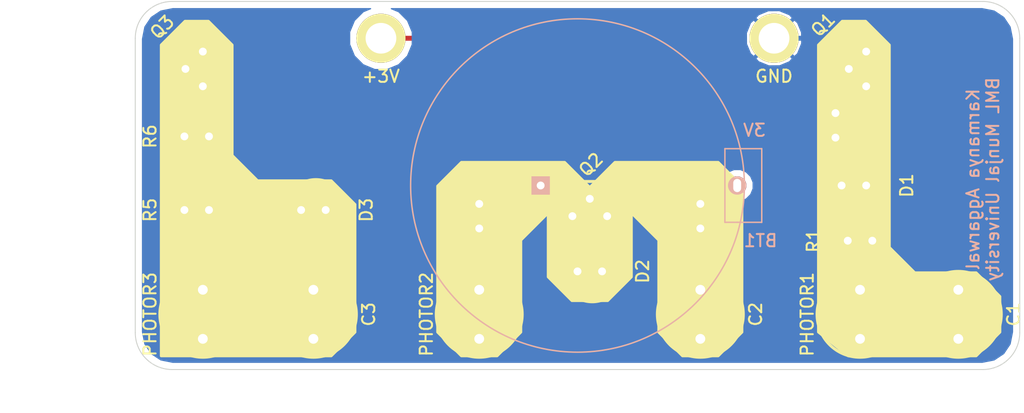
<source format=kicad_pcb>
(kicad_pcb (version 4) (host pcbnew "(2015-07-01 BZR 5850)-product")

  (general
    (links 32)
    (no_connects 0)
    (area 158.064288 165.6842 263.850362 210.98)
    (thickness 1.6)
    (drawings 13)
    (tracks 79)
    (zones 0)
    (modules 21)
    (nets 12)
  )

  (page A3)
  (layers
    (0 F.Cu signal)
    (31 B.Cu signal)
    (32 B.Adhes user)
    (33 F.Adhes user)
    (34 B.Paste user)
    (35 F.Paste user)
    (36 B.SilkS user)
    (37 F.SilkS user)
    (38 B.Mask user)
    (39 F.Mask user)
    (40 Dwgs.User user)
    (41 Cmts.User user)
    (42 Eco1.User user)
    (43 Eco2.User user)
    (44 Edge.Cuts user)
  )

  (setup
    (last_trace_width 0.254)
    (trace_clearance 0.254)
    (zone_clearance 0.635)
    (zone_45_only yes)
    (trace_min 0.254)
    (segment_width 0.2)
    (edge_width 0.1)
    (via_size 0.889)
    (via_drill 0.635)
    (via_min_size 0.889)
    (via_min_drill 0.508)
    (uvia_size 0.508)
    (uvia_drill 0.127)
    (uvias_allowed no)
    (uvia_min_size 0.508)
    (uvia_min_drill 0.127)
    (pcb_text_width 0.3)
    (pcb_text_size 1.5 1.5)
    (mod_edge_width 0.15)
    (mod_text_size 1.27 1.27)
    (mod_text_width 0.2032)
    (pad_size 5.08 5.08)
    (pad_drill 3.175)
    (pad_to_mask_clearance 0)
    (aux_axis_origin 0 0)
    (visible_elements FFFFFF7F)
    (pcbplotparams
      (layerselection 0x010f0_80000001)
      (usegerberextensions true)
      (excludeedgelayer false)
      (linewidth 0.150000)
      (plotframeref false)
      (viasonmask false)
      (mode 1)
      (useauxorigin false)
      (hpglpennumber 1)
      (hpglpenspeed 20)
      (hpglpendiameter 15)
      (hpglpenoverlay 2)
      (psnegative false)
      (psa4output false)
      (plotreference true)
      (plotvalue true)
      (plotinvisibletext false)
      (padsonsilk false)
      (subtractmaskfromsilk true)
      (outputformat 1)
      (mirror false)
      (drillshape 0)
      (scaleselection 1)
      (outputdirectory gerber/))
  )

  (net 0 "")
  (net 1 3V)
  (net 2 GND)
  (net 3 "Net-(C1-Pad1)")
  (net 4 "Net-(C2-Pad1)")
  (net 5 "Net-(C3-Pad1)")
  (net 6 "Net-(D1-Pad1)")
  (net 7 "Net-(D1-Pad2)")
  (net 8 "Net-(D2-Pad1)")
  (net 9 "Net-(D2-Pad2)")
  (net 10 "Net-(D3-Pad1)")
  (net 11 "Net-(D3-Pad2)")

  (net_class Default "This is the default net class."
    (clearance 0.254)
    (trace_width 0.254)
    (via_dia 0.889)
    (via_drill 0.635)
    (uvia_dia 0.508)
    (uvia_drill 0.127)
    (add_net "Net-(C1-Pad1)")
    (add_net "Net-(C2-Pad1)")
    (add_net "Net-(C3-Pad1)")
    (add_net "Net-(D1-Pad1)")
    (add_net "Net-(D1-Pad2)")
    (add_net "Net-(D2-Pad1)")
    (add_net "Net-(D2-Pad2)")
    (add_net "Net-(D3-Pad1)")
    (add_net "Net-(D3-Pad2)")
  )

  (net_class 0.02 ""
    (clearance 0.254)
    (trace_width 0.508)
    (via_dia 0.889)
    (via_drill 0.635)
    (uvia_dia 0.508)
    (uvia_drill 0.127)
    (add_net 3V)
    (add_net GND)
  )

  (module BML-Badges:BS-7-CR2032-2 (layer B.Cu) (tedit 55D6D3B3) (tstamp 55D60107)
    (at 217.17 185.42)
    (path /55D5B338)
    (fp_text reference BT1 (at 18.923 5.715) (layer B.SilkS)
      (effects (font (size 1.27 1.27) (thickness 0.2032)) (justify mirror))
    )
    (fp_text value 3V (at 18.288 -5.715) (layer B.SilkS)
      (effects (font (size 1.27 1.27) (thickness 0.2032)) (justify mirror))
    )
    (fp_line (start 16.51 3.81) (end 19.05 3.81) (layer B.SilkS) (width 0.15))
    (fp_line (start 19.05 3.81) (end 19.05 -3.81) (layer B.SilkS) (width 0.15))
    (fp_line (start 19.05 -3.81) (end 15.24 -3.81) (layer B.SilkS) (width 0.15))
    (fp_line (start 15.24 -3.81) (end 15.24 3.81) (layer B.SilkS) (width 0.15))
    (fp_line (start 15.24 3.81) (end 16.51 3.81) (layer B.SilkS) (width 0.15))
    (fp_circle (center 0 0) (end 12.2 -12.2) (layer B.SilkS) (width 0.15))
    (pad 2 thru_hole rect (at -3.81 0) (size 1.905 1.905) (drill 0.8128) (layers *.Cu *.Mask B.SilkS)
      (net 2 GND))
    (pad 1 thru_hole circle (at 16.51 0) (size 1.905 1.905) (drill oval 0.8128 1.3716) (layers *.Cu *.Mask B.SilkS)
      (net 1 3V))
    (model /home/anool/Desktop/BML-Badges-master/BML-Badges/3d_models/CR2032.wrl
      (at (xyz 0 0 0))
      (scale (xyz 0.6 0.6 0.6))
      (rotate (xyz 0 0 0))
    )
  )

  (module BML-Badges:LDR (layer F.Cu) (tedit 55D6E1F1) (tstamp 55D600DF)
    (at 207.01 198.755 270)
    (descr "Condensateur polarise")
    (tags CP)
    (path /55D5B7E8)
    (fp_text reference PHOTOR2 (at 0 5.461 270) (layer F.SilkS)
      (effects (font (size 1.27 1.27) (thickness 0.2032)))
    )
    (fp_text value PHOTOR (at 0 -2.54 270) (layer F.SilkS) hide
      (effects (font (size 1.27 1.27) (thickness 0.2032)))
    )
    (fp_circle (center 0 0) (end -4.445 0) (layer F.SilkS) (width 0.3048))
    (pad 1 thru_hole circle (at -2.54 0 270) (size 1.778 1.778) (drill 1.016) (layers *.Cu *.Mask F.SilkS)
      (net 4 "Net-(C2-Pad1)"))
    (pad 2 thru_hole rect (at 2.54 0 270) (size 1.778 1.778) (drill 1.016) (layers *.Cu *.Mask F.SilkS)
      (net 2 GND))
    (model /home/anool/Desktop/BML-Badges-master/BML-Badges/3d_models/LDR.wrl
      (at (xyz 0.4 -0.25 0.1))
      (scale (xyz 0.7 0.7 0.3))
      (rotate (xyz 0 0 0))
    )
  )

  (module BML-Badges:LDR (layer F.Cu) (tedit 55D6E1F1) (tstamp 55D600E6)
    (at 178.435 198.755 270)
    (descr "Condensateur polarise")
    (tags CP)
    (path /55D5B709)
    (fp_text reference PHOTOR3 (at 0 5.461 270) (layer F.SilkS)
      (effects (font (size 1.27 1.27) (thickness 0.2032)))
    )
    (fp_text value PHOTOR (at 0 -2.54 270) (layer F.SilkS) hide
      (effects (font (size 1.27 1.27) (thickness 0.2032)))
    )
    (fp_circle (center 0 0) (end -4.445 0) (layer F.SilkS) (width 0.3048))
    (pad 1 thru_hole circle (at -2.54 0 270) (size 1.778 1.778) (drill 1.016) (layers *.Cu *.Mask F.SilkS)
      (net 5 "Net-(C3-Pad1)"))
    (pad 2 thru_hole rect (at 2.54 0 270) (size 1.778 1.778) (drill 1.016) (layers *.Cu *.Mask F.SilkS)
      (net 2 GND))
    (model /home/anool/Desktop/BML-Badges-master/BML-Badges/3d_models/LDR.wrl
      (at (xyz 0.4 -0.25 0.1))
      (scale (xyz 0.7 0.7 0.3))
      (rotate (xyz 0 0 0))
    )
  )

  (module BML-Badges:LDR (layer F.Cu) (tedit 55D6E1F1) (tstamp 55D600F4)
    (at 246.38 198.755 270)
    (descr "Condensateur polarise")
    (tags CP)
    (path /55D5B819)
    (fp_text reference PHOTOR1 (at 0 5.461 270) (layer F.SilkS)
      (effects (font (size 1.27 1.27) (thickness 0.2032)))
    )
    (fp_text value PHOTOR (at 0 -2.54 270) (layer F.SilkS) hide
      (effects (font (size 1.27 1.27) (thickness 0.2032)))
    )
    (fp_circle (center 0 0) (end -4.445 0) (layer F.SilkS) (width 0.3048))
    (pad 1 thru_hole circle (at -2.54 0 270) (size 1.778 1.778) (drill 1.016) (layers *.Cu *.Mask F.SilkS)
      (net 3 "Net-(C1-Pad1)"))
    (pad 2 thru_hole rect (at 2.54 0 270) (size 1.778 1.778) (drill 1.016) (layers *.Cu *.Mask F.SilkS)
      (net 2 GND))
    (model /home/anool/Desktop/BML-Badges-master/BML-Badges/3d_models/LDR.wrl
      (at (xyz 0.4 -0.25 0.1))
      (scale (xyz 0.7 0.7 0.3))
      (rotate (xyz 0 0 0))
    )
  )

  (module BML-Badges:1pin (layer F.Cu) (tedit 55D6CEB3) (tstamp 55D779BD)
    (at 196.85 170.18)
    (descr "module 1 pin (ou trou mecanique de percage)")
    (tags DEV)
    (path /55D6EE92)
    (fp_text reference P1 (at 0 -3.048) (layer F.SilkS) hide
      (effects (font (size 1.27 1.27) (thickness 0.2032)))
    )
    (fp_text value +3V (at 0 2.794) (layer F.SilkS) hide
      (effects (font (size 1.27 1.27) (thickness 0.2032)))
    )
    (fp_circle (center 0 0) (end 0 -2.286) (layer F.SilkS) (width 0.15))
    (pad 1 thru_hole circle (at 0 0) (size 5.08 5.08) (drill 3.175) (layers *.Cu *.Mask F.SilkS)
      (net 1 3V))
  )

  (module BML-Badges:1pin (layer F.Cu) (tedit 55D6CEB3) (tstamp 55D779C3)
    (at 237.49 170.18)
    (descr "module 1 pin (ou trou mecanique de percage)")
    (tags DEV)
    (path /55D6F15A)
    (fp_text reference P2 (at 0 -3.048) (layer F.SilkS) hide
      (effects (font (size 1.27 1.27) (thickness 0.2032)))
    )
    (fp_text value GND (at 0 2.794) (layer F.SilkS) hide
      (effects (font (size 1.27 1.27) (thickness 0.2032)))
    )
    (fp_circle (center 0 0) (end 0 -2.286) (layer F.SilkS) (width 0.15))
    (pad 1 thru_hole circle (at 0 0) (size 5.08 5.08) (drill 3.175) (layers *.Cu *.Mask F.SilkS)
      (net 2 GND))
  )

  (module BML-Badges:C2V8 (layer F.Cu) (tedit 55D6E1E6) (tstamp 55D600D8)
    (at 229.87 198.755 270)
    (descr "Condensateur polarise")
    (tags CP)
    (path /55D5B7DD)
    (fp_text reference C2 (at 0 -5.715 270) (layer F.SilkS)
      (effects (font (size 1.27 1.27) (thickness 0.2032)))
    )
    (fp_text value 22uF (at 0 -2.54 270) (layer F.SilkS) hide
      (effects (font (size 1.27 1.27) (thickness 0.2032)))
    )
    (fp_circle (center 0 0) (end -4.445 0) (layer F.SilkS) (width 0.3048))
    (pad 1 thru_hole circle (at -2.54 0 270) (size 1.778 1.778) (drill 1.016) (layers *.Cu *.Mask F.SilkS)
      (net 4 "Net-(C2-Pad1)"))
    (pad 2 thru_hole rect (at 2.54 0 270) (size 1.778 1.778) (drill 1.016) (layers *.Cu *.Mask F.SilkS)
      (net 2 GND))
    (model Capacitors_ThroughHole.3dshapes/C_Radial_D7.5_L11.2_P2.5.wrl
      (at (xyz 0 0 0))
      (scale (xyz 1 1 1))
      (rotate (xyz 0 0 0))
    )
  )

  (module BML-Badges:C2V8 (layer F.Cu) (tedit 55D6E1E6) (tstamp 55D600ED)
    (at 256.54 198.755 270)
    (descr "Condensateur polarise")
    (tags CP)
    (path /55D5B80E)
    (fp_text reference C1 (at 0 -5.715 270) (layer F.SilkS)
      (effects (font (size 1.27 1.27) (thickness 0.2032)))
    )
    (fp_text value 22uF (at 0 -2.54 270) (layer F.SilkS) hide
      (effects (font (size 1.27 1.27) (thickness 0.2032)))
    )
    (fp_circle (center 0 0) (end -4.445 0) (layer F.SilkS) (width 0.3048))
    (pad 1 thru_hole circle (at -2.54 0 270) (size 1.778 1.778) (drill 1.016) (layers *.Cu *.Mask F.SilkS)
      (net 3 "Net-(C1-Pad1)"))
    (pad 2 thru_hole rect (at 2.54 0 270) (size 1.778 1.778) (drill 1.016) (layers *.Cu *.Mask F.SilkS)
      (net 2 GND))
    (model Capacitors_ThroughHole.3dshapes/C_Radial_D7.5_L11.2_P2.5.wrl
      (at (xyz 0 0 0))
      (scale (xyz 1 1 1))
      (rotate (xyz 0 0 0))
    )
  )

  (module BML-Badges:C2V8 (layer F.Cu) (tedit 55D6E1E6) (tstamp 55D600FB)
    (at 189.865 198.755 270)
    (descr "Condensateur polarise")
    (tags CP)
    (path /55D5B141)
    (fp_text reference C3 (at 0 -5.715 270) (layer F.SilkS)
      (effects (font (size 1.27 1.27) (thickness 0.2032)))
    )
    (fp_text value 22uF (at 0 -2.54 270) (layer F.SilkS) hide
      (effects (font (size 1.27 1.27) (thickness 0.2032)))
    )
    (fp_circle (center 0 0) (end -4.445 0) (layer F.SilkS) (width 0.3048))
    (pad 1 thru_hole circle (at -2.54 0 270) (size 1.778 1.778) (drill 1.016) (layers *.Cu *.Mask F.SilkS)
      (net 5 "Net-(C3-Pad1)"))
    (pad 2 thru_hole rect (at 2.54 0 270) (size 1.778 1.778) (drill 1.016) (layers *.Cu *.Mask F.SilkS)
      (net 2 GND))
    (model Capacitors_ThroughHole.3dshapes/C_Radial_D7.5_L11.2_P2.5.wrl
      (at (xyz 0 0 0))
      (scale (xyz 1 1 1))
      (rotate (xyz 0 0 0))
    )
  )

  (module BML-Badges:LED-5MM (layer F.Cu) (tedit 55D6D34D) (tstamp 55D600B3)
    (at 218.44 194.31)
    (descr "LED 5mm - Lead pitch 100mil (2,54mm)")
    (tags "LED led 5mm 5MM 100mil 2,54mm")
    (path /55D5B7CB)
    (fp_text reference D2 (at 5.461 0 90) (layer F.SilkS)
      (effects (font (size 1.27 1.27) (thickness 0.2032)))
    )
    (fp_text value LED (at 0 3.81) (layer F.SilkS) hide
      (effects (font (size 1.27 1.27) (thickness 0.2032)))
    )
    (fp_line (start 2.8448 1.905) (end 2.8448 -1.905) (layer F.SilkS) (width 0.2032))
    (fp_circle (center 0.254 0) (end -1.016 1.27) (layer F.SilkS) (width 0.0762))
    (fp_arc (start 0.254 0) (end 2.794 1.905) (angle 286.2) (layer F.SilkS) (width 0.254))
    (fp_arc (start 0.254 0) (end -0.889 0) (angle 90) (layer F.SilkS) (width 0.1524))
    (fp_arc (start 0.254 0) (end 1.397 0) (angle 90) (layer F.SilkS) (width 0.1524))
    (fp_arc (start 0.254 0) (end -1.397 0) (angle 90) (layer F.SilkS) (width 0.1524))
    (fp_arc (start 0.254 0) (end 1.905 0) (angle 90) (layer F.SilkS) (width 0.1524))
    (fp_arc (start 0.254 0) (end -1.905 0) (angle 90) (layer F.SilkS) (width 0.1524))
    (fp_arc (start 0.254 0) (end 2.413 0) (angle 90) (layer F.SilkS) (width 0.1524))
    (pad 1 thru_hole circle (at -1.27 0) (size 1.6764 1.6764) (drill 0.8128) (layers *.Cu *.Mask F.SilkS)
      (net 8 "Net-(D2-Pad1)"))
    (pad 2 thru_hole rect (at 1.27 0) (size 1.6764 1.6764) (drill 0.8128) (layers *.Cu *.Mask F.SilkS)
      (net 9 "Net-(D2-Pad2)"))
    (model /home/anool/projects-git/MAPone/kicad/MAPone_3D/led_5mm_blue.wrl
      (at (xyz 0 0 0.1))
      (scale (xyz 1 1 1))
      (rotate (xyz 0 0 270))
    )
  )

  (module BML-Badges:LED-5MM (layer F.Cu) (tedit 55D6D34D) (tstamp 55D600C2)
    (at 245.745 185.42)
    (descr "LED 5mm - Lead pitch 100mil (2,54mm)")
    (tags "LED led 5mm 5MM 100mil 2,54mm")
    (path /55D5B7FC)
    (fp_text reference D1 (at 5.461 0 90) (layer F.SilkS)
      (effects (font (size 1.27 1.27) (thickness 0.2032)))
    )
    (fp_text value LED (at 0 3.81) (layer F.SilkS) hide
      (effects (font (size 1.27 1.27) (thickness 0.2032)))
    )
    (fp_line (start 2.8448 1.905) (end 2.8448 -1.905) (layer F.SilkS) (width 0.2032))
    (fp_circle (center 0.254 0) (end -1.016 1.27) (layer F.SilkS) (width 0.0762))
    (fp_arc (start 0.254 0) (end 2.794 1.905) (angle 286.2) (layer F.SilkS) (width 0.254))
    (fp_arc (start 0.254 0) (end -0.889 0) (angle 90) (layer F.SilkS) (width 0.1524))
    (fp_arc (start 0.254 0) (end 1.397 0) (angle 90) (layer F.SilkS) (width 0.1524))
    (fp_arc (start 0.254 0) (end -1.397 0) (angle 90) (layer F.SilkS) (width 0.1524))
    (fp_arc (start 0.254 0) (end 1.905 0) (angle 90) (layer F.SilkS) (width 0.1524))
    (fp_arc (start 0.254 0) (end -1.905 0) (angle 90) (layer F.SilkS) (width 0.1524))
    (fp_arc (start 0.254 0) (end 2.413 0) (angle 90) (layer F.SilkS) (width 0.1524))
    (pad 1 thru_hole circle (at -1.27 0) (size 1.6764 1.6764) (drill 0.8128) (layers *.Cu *.Mask F.SilkS)
      (net 6 "Net-(D1-Pad1)"))
    (pad 2 thru_hole rect (at 1.27 0) (size 1.6764 1.6764) (drill 0.8128) (layers *.Cu *.Mask F.SilkS)
      (net 7 "Net-(D1-Pad2)"))
    (model /home/anool/projects-git/MAPone/kicad/MAPone_3D/led_5mm_blue.wrl
      (at (xyz 0 0 0.1))
      (scale (xyz 1 1 1))
      (rotate (xyz 0 0 270))
    )
  )

  (module BML-Badges:LED-5MM (layer F.Cu) (tedit 55D6D34D) (tstamp 55D600D1)
    (at 189.865 187.96)
    (descr "LED 5mm - Lead pitch 100mil (2,54mm)")
    (tags "LED led 5mm 5MM 100mil 2,54mm")
    (path /55D5B114)
    (fp_text reference D3 (at 5.461 0 90) (layer F.SilkS)
      (effects (font (size 1.27 1.27) (thickness 0.2032)))
    )
    (fp_text value LED (at 0 3.81) (layer F.SilkS) hide
      (effects (font (size 1.27 1.27) (thickness 0.2032)))
    )
    (fp_line (start 2.8448 1.905) (end 2.8448 -1.905) (layer F.SilkS) (width 0.2032))
    (fp_circle (center 0.254 0) (end -1.016 1.27) (layer F.SilkS) (width 0.0762))
    (fp_arc (start 0.254 0) (end 2.794 1.905) (angle 286.2) (layer F.SilkS) (width 0.254))
    (fp_arc (start 0.254 0) (end -0.889 0) (angle 90) (layer F.SilkS) (width 0.1524))
    (fp_arc (start 0.254 0) (end 1.397 0) (angle 90) (layer F.SilkS) (width 0.1524))
    (fp_arc (start 0.254 0) (end -1.397 0) (angle 90) (layer F.SilkS) (width 0.1524))
    (fp_arc (start 0.254 0) (end 1.905 0) (angle 90) (layer F.SilkS) (width 0.1524))
    (fp_arc (start 0.254 0) (end -1.905 0) (angle 90) (layer F.SilkS) (width 0.1524))
    (fp_arc (start 0.254 0) (end 2.413 0) (angle 90) (layer F.SilkS) (width 0.1524))
    (pad 1 thru_hole circle (at -1.27 0) (size 1.6764 1.6764) (drill 0.8128) (layers *.Cu *.Mask F.SilkS)
      (net 10 "Net-(D3-Pad1)"))
    (pad 2 thru_hole rect (at 1.27 0) (size 1.6764 1.6764) (drill 0.8128) (layers *.Cu *.Mask F.SilkS)
      (net 11 "Net-(D3-Pad2)"))
    (model /home/anool/projects-git/MAPone/kicad/MAPone_3D/led_5mm_blue.wrl
      (at (xyz 0 0 0.1))
      (scale (xyz 1 1 1))
      (rotate (xyz 0 0 270))
    )
  )

  (module BML-Badges:TO92-EBC-num (layer F.Cu) (tedit 55D6CE0E) (tstamp 55D60074)
    (at 178.435 173.355 45)
    (descr "Transistor TO92 brochage type BC237")
    (tags "TR TO92")
    (path /55D5E943)
    (fp_text reference Q3 (at 0.089803 -6.016772 225) (layer F.SilkS)
      (effects (font (size 1.27 1.27) (thickness 0.2032)))
    )
    (fp_text value PN2222A (at -0.508 -3.175 45) (layer F.SilkS) hide
      (effects (font (size 1.27 1.27) (thickness 0.2032)))
    )
    (fp_line (start -1.27 2.54) (end 2.54 -1.27) (layer F.SilkS) (width 0.3048))
    (fp_line (start 2.54 -1.27) (end 2.54 -2.54) (layer F.SilkS) (width 0.3048))
    (fp_line (start 2.54 -2.54) (end 1.27 -3.81) (layer F.SilkS) (width 0.3048))
    (fp_line (start 1.27 -3.81) (end -1.27 -3.81) (layer F.SilkS) (width 0.3048))
    (fp_line (start -1.27 -3.81) (end -3.81 -1.27) (layer F.SilkS) (width 0.3048))
    (fp_line (start -3.81 -1.27) (end -3.81 1.27) (layer F.SilkS) (width 0.3048))
    (fp_line (start -3.81 1.27) (end -2.54 2.54) (layer F.SilkS) (width 0.3048))
    (fp_line (start -2.54 2.54) (end -1.27 2.54) (layer F.SilkS) (width 0.3048))
    (pad 1 thru_hole rect (at 1.27 -1.27 45) (size 1.397 1.397) (drill 0.8128) (layers *.Cu *.Mask F.SilkS)
      (net 2 GND))
    (pad 2 thru_hole circle (at -1.27 -1.27 45) (size 1.397 1.397) (drill 0.8128) (layers *.Cu *.Mask F.SilkS)
      (net 5 "Net-(C3-Pad1)"))
    (pad 3 thru_hole circle (at -1.27 1.27 45) (size 1.397 1.397) (drill 0.8128) (layers *.Cu *.Mask F.SilkS)
      (net 11 "Net-(D3-Pad2)"))
    (model "/home/anool/projects-git/TiNA/KiCAD/3D Modules/to92_3.wrl"
      (at (xyz 0 0 0))
      (scale (xyz 1 1 1))
      (rotate (xyz 0 0 -45))
    )
  )

  (module BML-Badges:TO92-EBC-num (layer F.Cu) (tedit 55D6E7A3) (tstamp 55D60065)
    (at 218.44 188.595 315)
    (descr "Transistor TO92 brochage type BC237")
    (tags "TR TO92")
    (path /55D6A272)
    (fp_text reference Q2 (at -3.681905 -3.86151 585) (layer F.SilkS)
      (effects (font (size 1.27 1.27) (thickness 0.2032)))
    )
    (fp_text value PN2222A (at -0.508 -3.175 315) (layer F.SilkS) hide
      (effects (font (size 1.27 1.27) (thickness 0.2032)))
    )
    (fp_line (start -1.27 2.54) (end 2.54 -1.27) (layer F.SilkS) (width 0.3048))
    (fp_line (start 2.54 -1.27) (end 2.54 -2.54) (layer F.SilkS) (width 0.3048))
    (fp_line (start 2.54 -2.54) (end 1.27 -3.81) (layer F.SilkS) (width 0.3048))
    (fp_line (start 1.27 -3.81) (end -1.27 -3.81) (layer F.SilkS) (width 0.3048))
    (fp_line (start -1.27 -3.81) (end -3.81 -1.27) (layer F.SilkS) (width 0.3048))
    (fp_line (start -3.81 -1.27) (end -3.81 1.27) (layer F.SilkS) (width 0.3048))
    (fp_line (start -3.81 1.27) (end -2.54 2.54) (layer F.SilkS) (width 0.3048))
    (fp_line (start -2.54 2.54) (end -1.27 2.54) (layer F.SilkS) (width 0.3048))
    (pad 1 thru_hole rect (at 1.27 -1.27 315) (size 1.397 1.397) (drill 0.8128) (layers *.Cu *.Mask F.SilkS)
      (net 2 GND))
    (pad 2 thru_hole circle (at -1.27 -1.27 315) (size 1.397 1.397) (drill 0.8128) (layers *.Cu *.Mask F.SilkS)
      (net 4 "Net-(C2-Pad1)"))
    (pad 3 thru_hole circle (at -1.27 1.27 315) (size 1.397 1.397) (drill 0.8128) (layers *.Cu *.Mask F.SilkS)
      (net 9 "Net-(D2-Pad2)"))
    (model "/home/anool/projects-git/TiNA/KiCAD/3D Modules/to92_3.wrl"
      (at (xyz 0 0 0))
      (scale (xyz 1 1 1))
      (rotate (xyz 0 0 -45))
    )
  )

  (module BML-Badges:TO92-EBC-num (layer F.Cu) (tedit 55D6E798) (tstamp 55D60056)
    (at 247.015 173.355 45)
    (descr "Transistor TO92 brochage type BC237")
    (tags "TR TO92")
    (path /55D6A256)
    (fp_text reference Q1 (at 0.089803 -6.375982 225) (layer F.SilkS)
      (effects (font (size 1.27 1.27) (thickness 0.2032)))
    )
    (fp_text value PN2222A (at -0.508 -3.175 45) (layer F.SilkS) hide
      (effects (font (size 1.27 1.27) (thickness 0.2032)))
    )
    (fp_line (start -1.27 2.54) (end 2.54 -1.27) (layer F.SilkS) (width 0.3048))
    (fp_line (start 2.54 -1.27) (end 2.54 -2.54) (layer F.SilkS) (width 0.3048))
    (fp_line (start 2.54 -2.54) (end 1.27 -3.81) (layer F.SilkS) (width 0.3048))
    (fp_line (start 1.27 -3.81) (end -1.27 -3.81) (layer F.SilkS) (width 0.3048))
    (fp_line (start -1.27 -3.81) (end -3.81 -1.27) (layer F.SilkS) (width 0.3048))
    (fp_line (start -3.81 -1.27) (end -3.81 1.27) (layer F.SilkS) (width 0.3048))
    (fp_line (start -3.81 1.27) (end -2.54 2.54) (layer F.SilkS) (width 0.3048))
    (fp_line (start -2.54 2.54) (end -1.27 2.54) (layer F.SilkS) (width 0.3048))
    (pad 1 thru_hole rect (at 1.27 -1.27 45) (size 1.397 1.397) (drill 0.8128) (layers *.Cu *.Mask F.SilkS)
      (net 2 GND))
    (pad 2 thru_hole circle (at -1.27 -1.27 45) (size 1.397 1.397) (drill 0.8128) (layers *.Cu *.Mask F.SilkS)
      (net 3 "Net-(C1-Pad1)"))
    (pad 3 thru_hole circle (at -1.27 1.27 45) (size 1.397 1.397) (drill 0.8128) (layers *.Cu *.Mask F.SilkS)
      (net 7 "Net-(D1-Pad2)"))
    (model "/home/anool/projects-git/TiNA/KiCAD/3D Modules/to92_3.wrl"
      (at (xyz 0 0 0))
      (scale (xyz 1 1 1))
      (rotate (xyz 0 0 -45))
    )
  )

  (module BML-Badges:R1 (layer F.Cu) (tedit 55D6CDFB) (tstamp 55D600A4)
    (at 177.8 180.34)
    (descr "Resistance verticale")
    (tags R)
    (path /55D5B132)
    (autoplace_cost90 10)
    (autoplace_cost180 10)
    (fp_text reference R6 (at -4.826 0 90) (layer F.SilkS)
      (effects (font (size 1.27 1.27) (thickness 0.2032)))
    )
    (fp_text value 100k (at -1.143 2.54) (layer F.SilkS) hide
      (effects (font (size 1.27 1.27) (thickness 0.2032)))
    )
    (fp_line (start -1.27 0) (end 1.27 0) (layer F.SilkS) (width 0.381))
    (fp_circle (center -1.27 0) (end -0.635 1.27) (layer F.SilkS) (width 0.381))
    (pad 1 thru_hole circle (at -1.27 0) (size 1.397 1.397) (drill 0.8128) (layers *.Cu *.Mask F.SilkS)
      (net 1 3V))
    (pad 2 thru_hole circle (at 1.27 0) (size 1.397 1.397) (drill 0.8128) (layers *.Cu *.Mask F.SilkS)
      (net 5 "Net-(C3-Pad1)"))
    (model /home/anool/projects-git/clockthreejr/KiCAD/C3Jr_v2/C3Jr_v2_libs/C3Jr_v2_3D_Modules/rc03vert.wrl
      (at (xyz 0 0 0))
      (scale (xyz 1 1 1))
      (rotate (xyz 0 0 0))
    )
  )

  (module BML-Badges:R1 (layer F.Cu) (tedit 55D6CDFB) (tstamp 55D6009C)
    (at 207.01 188.595 270)
    (descr "Resistance verticale")
    (tags R)
    (path /55D5B7D1)
    (autoplace_cost90 10)
    (autoplace_cost180 10)
    (fp_text reference R3 (at -4.826 0 360) (layer F.SilkS)
      (effects (font (size 1.27 1.27) (thickness 0.2032)))
    )
    (fp_text value 330 (at -1.143 2.54 270) (layer F.SilkS) hide
      (effects (font (size 1.27 1.27) (thickness 0.2032)))
    )
    (fp_line (start -1.27 0) (end 1.27 0) (layer F.SilkS) (width 0.381))
    (fp_circle (center -1.27 0) (end -0.635 1.27) (layer F.SilkS) (width 0.381))
    (pad 1 thru_hole circle (at -1.27 0 270) (size 1.397 1.397) (drill 0.8128) (layers *.Cu *.Mask F.SilkS)
      (net 1 3V))
    (pad 2 thru_hole circle (at 1.27 0 270) (size 1.397 1.397) (drill 0.8128) (layers *.Cu *.Mask F.SilkS)
      (net 8 "Net-(D2-Pad1)"))
    (model /home/anool/projects-git/clockthreejr/KiCAD/C3Jr_v2/C3Jr_v2_libs/C3Jr_v2_3D_Modules/rc03vert.wrl
      (at (xyz 0 0 0))
      (scale (xyz 1 1 1))
      (rotate (xyz 0 0 0))
    )
  )

  (module BML-Badges:R1 (layer F.Cu) (tedit 55D6CDFB) (tstamp 55D60094)
    (at 229.87 188.595 270)
    (descr "Resistance verticale")
    (tags R)
    (path /55D5B7D7)
    (autoplace_cost90 10)
    (autoplace_cost180 10)
    (fp_text reference R4 (at -4.826 0 360) (layer F.SilkS)
      (effects (font (size 1.27 1.27) (thickness 0.2032)))
    )
    (fp_text value 100k (at -1.143 2.54 270) (layer F.SilkS) hide
      (effects (font (size 1.27 1.27) (thickness 0.2032)))
    )
    (fp_line (start -1.27 0) (end 1.27 0) (layer F.SilkS) (width 0.381))
    (fp_circle (center -1.27 0) (end -0.635 1.27) (layer F.SilkS) (width 0.381))
    (pad 1 thru_hole circle (at -1.27 0 270) (size 1.397 1.397) (drill 0.8128) (layers *.Cu *.Mask F.SilkS)
      (net 1 3V))
    (pad 2 thru_hole circle (at 1.27 0 270) (size 1.397 1.397) (drill 0.8128) (layers *.Cu *.Mask F.SilkS)
      (net 4 "Net-(C2-Pad1)"))
    (model /home/anool/projects-git/clockthreejr/KiCAD/C3Jr_v2/C3Jr_v2_libs/C3Jr_v2_3D_Modules/rc03vert.wrl
      (at (xyz 0 0 0))
      (scale (xyz 1 1 1))
      (rotate (xyz 0 0 0))
    )
  )

  (module BML-Badges:R1 (layer F.Cu) (tedit 55D6CDFB) (tstamp 55D6008C)
    (at 246.38 191.135)
    (descr "Resistance verticale")
    (tags R)
    (path /55D5B802)
    (autoplace_cost90 10)
    (autoplace_cost180 10)
    (fp_text reference R1 (at -4.826 0 90) (layer F.SilkS)
      (effects (font (size 1.27 1.27) (thickness 0.2032)))
    )
    (fp_text value 330 (at -1.143 2.54) (layer F.SilkS) hide
      (effects (font (size 1.27 1.27) (thickness 0.2032)))
    )
    (fp_line (start -1.27 0) (end 1.27 0) (layer F.SilkS) (width 0.381))
    (fp_circle (center -1.27 0) (end -0.635 1.27) (layer F.SilkS) (width 0.381))
    (pad 1 thru_hole circle (at -1.27 0) (size 1.397 1.397) (drill 0.8128) (layers *.Cu *.Mask F.SilkS)
      (net 1 3V))
    (pad 2 thru_hole circle (at 1.27 0) (size 1.397 1.397) (drill 0.8128) (layers *.Cu *.Mask F.SilkS)
      (net 6 "Net-(D1-Pad1)"))
    (model /home/anool/projects-git/clockthreejr/KiCAD/C3Jr_v2/C3Jr_v2_libs/C3Jr_v2_3D_Modules/rc03vert.wrl
      (at (xyz 0 0 0))
      (scale (xyz 1 1 1))
      (rotate (xyz 0 0 0))
    )
  )

  (module BML-Badges:R1 (layer F.Cu) (tedit 55D6CDFB) (tstamp 55D60084)
    (at 243.84 179.197 90)
    (descr "Resistance verticale")
    (tags R)
    (path /55D5B808)
    (autoplace_cost90 10)
    (autoplace_cost180 10)
    (fp_text reference R2 (at -4.826 0 180) (layer F.SilkS)
      (effects (font (size 1.27 1.27) (thickness 0.2032)))
    )
    (fp_text value 100k (at -1.143 2.54 90) (layer F.SilkS) hide
      (effects (font (size 1.27 1.27) (thickness 0.2032)))
    )
    (fp_line (start -1.27 0) (end 1.27 0) (layer F.SilkS) (width 0.381))
    (fp_circle (center -1.27 0) (end -0.635 1.27) (layer F.SilkS) (width 0.381))
    (pad 1 thru_hole circle (at -1.27 0 90) (size 1.397 1.397) (drill 0.8128) (layers *.Cu *.Mask F.SilkS)
      (net 1 3V))
    (pad 2 thru_hole circle (at 1.27 0 90) (size 1.397 1.397) (drill 0.8128) (layers *.Cu *.Mask F.SilkS)
      (net 3 "Net-(C1-Pad1)"))
    (model /home/anool/projects-git/clockthreejr/KiCAD/C3Jr_v2/C3Jr_v2_libs/C3Jr_v2_3D_Modules/rc03vert.wrl
      (at (xyz 0 0 0))
      (scale (xyz 1 1 1))
      (rotate (xyz 0 0 0))
    )
  )

  (module BML-Badges:R1 (layer F.Cu) (tedit 55D6CDFB) (tstamp 55D6007C)
    (at 177.8 187.96)
    (descr "Resistance verticale")
    (tags R)
    (path /55D5B123)
    (autoplace_cost90 10)
    (autoplace_cost180 10)
    (fp_text reference R5 (at -4.826 0 90) (layer F.SilkS)
      (effects (font (size 1.27 1.27) (thickness 0.2032)))
    )
    (fp_text value 330 (at -1.143 2.54) (layer F.SilkS) hide
      (effects (font (size 1.27 1.27) (thickness 0.2032)))
    )
    (fp_line (start -1.27 0) (end 1.27 0) (layer F.SilkS) (width 0.381))
    (fp_circle (center -1.27 0) (end -0.635 1.27) (layer F.SilkS) (width 0.381))
    (pad 1 thru_hole circle (at -1.27 0) (size 1.397 1.397) (drill 0.8128) (layers *.Cu *.Mask F.SilkS)
      (net 1 3V))
    (pad 2 thru_hole circle (at 1.27 0) (size 1.397 1.397) (drill 0.8128) (layers *.Cu *.Mask F.SilkS)
      (net 10 "Net-(D3-Pad1)"))
    (model /home/anool/projects-git/clockthreejr/KiCAD/C3Jr_v2/C3Jr_v2_libs/C3Jr_v2_3D_Modules/rc03vert.wrl
      (at (xyz 0 0 0))
      (scale (xyz 1 1 1))
      (rotate (xyz 0 0 0))
    )
  )

  (dimension 91.44 (width 0.3) (layer Dwgs.User)
    (gr_text "3.6000 in" (at 217.17 209.629999) (layer Dwgs.User)
      (effects (font (size 1.5 1.5) (thickness 0.3)))
    )
    (feature1 (pts (xy 262.89 205.74) (xy 262.89 210.979999)))
    (feature2 (pts (xy 171.45 205.74) (xy 171.45 210.979999)))
    (crossbar (pts (xy 171.45 208.279999) (xy 262.89 208.279999)))
    (arrow1a (pts (xy 262.89 208.279999) (xy 261.763496 208.86642)))
    (arrow1b (pts (xy 262.89 208.279999) (xy 261.763496 207.693578)))
    (arrow2a (pts (xy 171.45 208.279999) (xy 172.576504 208.86642)))
    (arrow2b (pts (xy 171.45 208.279999) (xy 172.576504 207.693578)))
  )
  (dimension 38.1 (width 0.3) (layer Dwgs.User)
    (gr_text "1.5000 in" (at 163.750001 185.42 270) (layer Dwgs.User)
      (effects (font (size 1.5 1.5) (thickness 0.3)))
    )
    (feature1 (pts (xy 170.18 204.47) (xy 162.400001 204.47)))
    (feature2 (pts (xy 170.18 166.37) (xy 162.400001 166.37)))
    (crossbar (pts (xy 165.100001 166.37) (xy 165.100001 204.47)))
    (arrow1a (pts (xy 165.100001 204.47) (xy 164.51358 203.343496)))
    (arrow1b (pts (xy 165.100001 204.47) (xy 165.686422 203.343496)))
    (arrow2a (pts (xy 165.100001 166.37) (xy 164.51358 167.496504)))
    (arrow2b (pts (xy 165.100001 166.37) (xy 165.686422 167.496504)))
  )
  (gr_text GND (at 237.49 174.117) (layer F.SilkS)
    (effects (font (size 1.27 1.27) (thickness 0.2032)))
  )
  (gr_text +3V (at 196.85 174.117) (layer F.SilkS)
    (effects (font (size 1.27 1.27) (thickness 0.2032)))
  )
  (gr_line (start 262.89 170.18) (end 262.89 200.66) (angle 90) (layer Edge.Cuts) (width 0.1))
  (gr_line (start 175.26 166.37) (end 259.08 166.37) (angle 90) (layer Edge.Cuts) (width 0.1))
  (gr_line (start 171.45 200.66) (end 171.45 170.18) (angle 90) (layer Edge.Cuts) (width 0.1))
  (gr_line (start 259.08 204.47) (end 175.26 204.47) (angle 90) (layer Edge.Cuts) (width 0.1))
  (gr_arc (start 259.08 200.66) (end 262.89 200.66) (angle 90) (layer Edge.Cuts) (width 0.1))
  (gr_arc (start 175.26 170.18) (end 171.45 170.18) (angle 90) (layer Edge.Cuts) (width 0.1))
  (gr_arc (start 259.08 170.18) (end 259.08 166.37) (angle 90) (layer Edge.Cuts) (width 0.1))
  (gr_arc (start 175.26 200.66) (end 175.26 204.47) (angle 90) (layer Edge.Cuts) (width 0.1))
  (gr_text "Karmanya Aggarwal\nBML Munjal University" (at 259.08 184.785 90) (layer B.SilkS)
    (effects (font (size 1.27 1.27) (thickness 0.2032)) (justify mirror))
  )

  (segment (start 233.68 185.42) (end 231.775 185.42) (width 0.508) (layer F.Cu) (net 1))
  (segment (start 231.775 185.42) (end 229.87 187.325) (width 0.508) (layer F.Cu) (net 1) (tstamp 55D6E817))
  (segment (start 235.077 190.119) (end 232.664 190.119) (width 0.508) (layer F.Cu) (net 1))
  (segment (start 235.077 190.119) (end 242.57 190.119) (width 0.508) (layer F.Cu) (net 1) (tstamp 55D6E810))
  (segment (start 232.664 190.119) (end 229.87 187.325) (width 0.508) (layer F.Cu) (net 1) (tstamp 55D6E812))
  (segment (start 242.57 184.023) (end 242.57 181.737) (width 0.508) (layer F.Cu) (net 1))
  (segment (start 242.57 181.737) (end 243.84 180.467) (width 0.508) (layer F.Cu) (net 1) (tstamp 55D6E80D))
  (segment (start 242.57 184.023) (end 242.57 190.119) (width 0.508) (layer F.Cu) (net 1) (tstamp 55D6E80B))
  (segment (start 244.094 190.119) (end 245.11 191.135) (width 0.508) (layer F.Cu) (net 1) (tstamp 55D6E800))
  (segment (start 242.57 190.119) (end 244.094 190.119) (width 0.508) (layer F.Cu) (net 1) (tstamp 55D6E809))
  (segment (start 182.626 190.119) (end 178.689 190.119) (width 0.508) (layer F.Cu) (net 1))
  (segment (start 178.689 190.119) (end 176.53 187.96) (width 0.508) (layer F.Cu) (net 1) (tstamp 55D6E5E6))
  (segment (start 204.216 190.119) (end 207.01 187.325) (width 0.508) (layer F.Cu) (net 1) (tstamp 55D6E5E0))
  (segment (start 182.626 190.119) (end 204.216 190.119) (width 0.508) (layer F.Cu) (net 1) (tstamp 55D6E5E4))
  (segment (start 218.44 183.642) (end 218.44 173.228) (width 0.508) (layer F.Cu) (net 1))
  (segment (start 215.392 170.18) (end 196.85 170.18) (width 0.508) (layer F.Cu) (net 1) (tstamp 55D6E5D2))
  (segment (start 218.44 173.228) (end 215.392 170.18) (width 0.508) (layer F.Cu) (net 1) (tstamp 55D6E5D0))
  (segment (start 215.138 183.642) (end 210.693 183.642) (width 0.508) (layer F.Cu) (net 1))
  (segment (start 215.138 183.642) (end 218.44 183.642) (width 0.508) (layer F.Cu) (net 1) (tstamp 55D6E5C8))
  (segment (start 210.693 183.642) (end 207.01 187.325) (width 0.508) (layer F.Cu) (net 1) (tstamp 55D6E5CA))
  (segment (start 226.187 183.642) (end 229.87 187.325) (width 0.508) (layer F.Cu) (net 1) (tstamp 55D6E5C4))
  (segment (start 218.44 183.642) (end 226.187 183.642) (width 0.508) (layer F.Cu) (net 1) (tstamp 55D6E5CE))
  (segment (start 176.53 180.34) (end 176.53 187.96) (width 0.508) (layer F.Cu) (net 1) (status 30))
  (segment (start 250.825 178.181) (end 250.825 175.368949) (width 0.508) (layer B.Cu) (net 2))
  (segment (start 250.825 175.368949) (end 247.015 171.558949) (width 0.508) (layer B.Cu) (net 2) (tstamp 55D6E840))
  (segment (start 181.229 201.295) (end 181.229 174.352949) (width 0.508) (layer B.Cu) (net 2))
  (segment (start 181.229 174.352949) (end 178.435 171.558949) (width 0.508) (layer B.Cu) (net 2) (tstamp 55D6E839))
  (segment (start 222.25 192.659) (end 222.25 190.608949) (width 0.508) (layer B.Cu) (net 2))
  (segment (start 222.25 190.608949) (end 220.236051 188.595) (width 0.508) (layer B.Cu) (net 2) (tstamp 55D6E834))
  (segment (start 213.36 185.42) (end 213.36 201.295) (width 0.508) (layer B.Cu) (net 2))
  (segment (start 237.49 170.18) (end 245.636051 170.18) (width 0.508) (layer B.Cu) (net 2) (status 10))
  (segment (start 245.636051 170.18) (end 247.015 171.558949) (width 0.508) (layer B.Cu) (net 2) (tstamp 55D6E4DA) (status 20))
  (segment (start 250.825 178.181) (end 250.825 201.295) (width 0.508) (layer B.Cu) (net 2) (tstamp 55D6E83E))
  (segment (start 222.25 192.659) (end 222.25 201.295) (width 0.508) (layer B.Cu) (net 2) (tstamp 55D6E832))
  (segment (start 246.38 201.295) (end 250.825 201.295) (width 0.508) (layer B.Cu) (net 2) (status 10))
  (segment (start 250.825 201.295) (end 256.54 201.295) (width 0.508) (layer B.Cu) (net 2) (tstamp 55D6E2CD) (status 20))
  (segment (start 229.87 201.295) (end 246.38 201.295) (width 0.508) (layer B.Cu) (net 2) (status 30))
  (segment (start 207.01 201.295) (end 213.36 201.295) (width 0.508) (layer B.Cu) (net 2) (status 10))
  (segment (start 213.36 201.295) (end 222.25 201.295) (width 0.508) (layer B.Cu) (net 2) (tstamp 55D6E56E) (status 10))
  (segment (start 222.25 201.295) (end 229.87 201.295) (width 0.508) (layer B.Cu) (net 2) (tstamp 55D6E2C6) (status 20))
  (segment (start 189.865 201.295) (end 207.01 201.295) (width 0.508) (layer B.Cu) (net 2) (status 30))
  (segment (start 178.435 201.295) (end 181.229 201.295) (width 0.508) (layer B.Cu) (net 2) (status 30))
  (segment (start 181.229 201.295) (end 189.865 201.295) (width 0.508) (layer B.Cu) (net 2) (tstamp 55D6E837) (status 30))
  (segment (start 249.2375 175.0695) (end 249.2375 193.3575) (width 0.508) (layer F.Cu) (net 3))
  (segment (start 249.2375 193.3575) (end 246.38 196.215) (width 0.508) (layer F.Cu) (net 3) (tstamp 55D6E7F0))
  (segment (start 243.84 177.927) (end 243.84 174.733949) (width 0.508) (layer F.Cu) (net 3))
  (segment (start 243.84 174.733949) (end 245.218949 173.355) (width 0.508) (layer F.Cu) (net 3) (tstamp 55D6E7E6))
  (segment (start 247.523 173.355) (end 245.218949 173.355) (width 0.508) (layer F.Cu) (net 3) (tstamp 55D6E2DA) (status 20))
  (segment (start 249.2375 175.0695) (end 247.523 173.355) (width 0.508) (layer F.Cu) (net 3) (tstamp 55D6E7EE))
  (segment (start 256.54 196.215) (end 250.317 196.215) (width 0.508) (layer F.Cu) (net 3) (status 30))
  (segment (start 250.317 196.215) (end 246.38 196.215) (width 0.508) (layer F.Cu) (net 3) (tstamp 55D6E568) (status 30))
  (segment (start 207.01 196.215) (end 229.87 196.215) (width 0.508) (layer F.Cu) (net 4))
  (segment (start 218.44 186.798949) (end 223.247949 186.798949) (width 0.508) (layer F.Cu) (net 4))
  (segment (start 226.314 189.865) (end 229.87 189.865) (width 0.508) (layer F.Cu) (net 4) (tstamp 55D6E5BE))
  (segment (start 223.247949 186.798949) (end 226.314 189.865) (width 0.508) (layer F.Cu) (net 4) (tstamp 55D6E5BD))
  (segment (start 229.87 189.865) (end 229.87 196.215) (width 0.508) (layer F.Cu) (net 4))
  (segment (start 174.498 175.495949) (end 174.498 192.278) (width 0.508) (layer F.Cu) (net 5))
  (segment (start 174.498 192.278) (end 178.435 196.215) (width 0.508) (layer F.Cu) (net 5) (tstamp 55D6E4F2) (status 20))
  (segment (start 174.498 175.495949) (end 176.638949 173.355) (width 0.508) (layer F.Cu) (net 5) (tstamp 55D6E23E) (status 20))
  (segment (start 178.435 196.215) (end 189.865 196.215) (width 0.508) (layer F.Cu) (net 5) (status 30))
  (segment (start 176.638949 173.355) (end 176.638949 177.908949) (width 0.508) (layer F.Cu) (net 5) (status 10))
  (segment (start 176.638949 177.908949) (end 179.07 180.34) (width 0.508) (layer F.Cu) (net 5) (tstamp 55D6E236) (status 20))
  (segment (start 244.475 185.42) (end 244.475 187.96) (width 0.508) (layer F.Cu) (net 6) (status 10))
  (segment (start 244.475 187.96) (end 247.65 191.135) (width 0.508) (layer F.Cu) (net 6) (tstamp 55D6E29A) (status 20))
  (segment (start 247.015 185.42) (end 247.015 175.151051) (width 0.508) (layer F.Cu) (net 7))
  (segment (start 207.01 189.865) (end 210.185 189.865) (width 0.508) (layer F.Cu) (net 8))
  (segment (start 214.63 191.77) (end 217.17 194.31) (width 0.508) (layer F.Cu) (net 8) (tstamp 55D6E5B3))
  (segment (start 214.63 188.595) (end 214.63 191.77) (width 0.508) (layer F.Cu) (net 8) (tstamp 55D6E5B2))
  (segment (start 213.868 187.833) (end 214.63 188.595) (width 0.508) (layer F.Cu) (net 8) (tstamp 55D6E5B1))
  (segment (start 212.217 187.833) (end 213.868 187.833) (width 0.508) (layer F.Cu) (net 8) (tstamp 55D6E5AF))
  (segment (start 210.185 189.865) (end 212.217 187.833) (width 0.508) (layer F.Cu) (net 8) (tstamp 55D6E5AE))
  (segment (start 216.643949 188.595) (end 216.643949 191.243949) (width 0.508) (layer F.Cu) (net 9))
  (segment (start 216.643949 191.243949) (end 219.71 194.31) (width 0.508) (layer F.Cu) (net 9) (tstamp 55D6E5B6))
  (segment (start 179.07 187.96) (end 188.595 187.96) (width 0.508) (layer F.Cu) (net 10) (status 30))
  (segment (start 182.88 185.42) (end 188.595 185.42) (width 0.508) (layer F.Cu) (net 11))
  (segment (start 188.595 185.42) (end 191.135 187.96) (width 0.508) (layer F.Cu) (net 11) (tstamp 55D6E4E5) (status 20))
  (segment (start 180.975 177.691051) (end 178.435 175.151051) (width 0.508) (layer F.Cu) (net 11) (tstamp 55D6E248) (status 20))
  (segment (start 180.975 183.515) (end 180.975 177.691051) (width 0.508) (layer F.Cu) (net 11) (tstamp 55D6E247))
  (segment (start 182.88 185.42) (end 180.975 183.515) (width 0.508) (layer F.Cu) (net 11) (tstamp 55D6E246))

  (zone (net 0) (net_name "") (layer F.SilkS) (tstamp 55D6E35A) (hatch edge 0.508)
    (connect_pads (clearance 0.3))
    (min_thickness 0.254)
    (fill yes (arc_segments 16) (thermal_gap 0.508) (thermal_bridge_width 0.508))
    (polygon
      (pts
        (xy 177.165 168.275) (xy 179.07 168.275) (xy 181.61 170.815) (xy 181.61 182.245) (xy 184.15 184.785)
        (xy 191.77 184.785) (xy 194.31 187.325) (xy 194.31 200.66) (xy 191.77 203.2) (xy 173.99 203.2)
        (xy 173.99 170.815) (xy 176.53 168.275) (xy 177.165 168.275)
      )
    )
    (filled_polygon
      (pts
        (xy 194.183 200.607394) (xy 191.717394 203.073) (xy 174.117 203.073) (xy 174.117 170.867605) (xy 176.582605 168.402)
        (xy 177.165 168.402) (xy 179.017394 168.402) (xy 181.483 170.867605) (xy 181.483 182.244994) (xy 181.482999 182.245)
        (xy 181.492667 182.293601) (xy 181.520197 182.334803) (xy 184.060194 184.874799) (xy 184.060197 184.874803) (xy 184.101399 184.902333)
        (xy 184.15 184.912) (xy 191.717394 184.912) (xy 194.183 187.377605) (xy 194.183 200.607394)
      )
    )
  )
  (zone (net 0) (net_name "") (layer F.SilkS) (tstamp 55D6E373) (hatch edge 0.508)
    (connect_pads (clearance 0.3))
    (min_thickness 0.254)
    (fill yes (arc_segments 16) (thermal_gap 0.508) (thermal_bridge_width 0.508))
    (polygon
      (pts
        (xy 234.315 200.66) (xy 231.775 203.2) (xy 227.965 203.2) (xy 225.425 200.66) (xy 225.425 191.135)
        (xy 222.885 188.595) (xy 222.885 194.945) (xy 220.345 197.485) (xy 216.535 197.485) (xy 213.995 194.945)
        (xy 213.995 188.595) (xy 211.455 191.135) (xy 211.455 200.66) (xy 208.915 203.2) (xy 205.105 203.2)
        (xy 202.565 200.66) (xy 202.565 185.42) (xy 205.105 182.88) (xy 215.9 182.88) (xy 218.44 185.42)
        (xy 220.98 182.88) (xy 231.775 182.88) (xy 234.315 185.42)
      )
    )
    (filled_polygon
      (pts
        (xy 234.188 200.607394) (xy 231.722394 203.073) (xy 228.017605 203.073) (xy 225.552 200.607394) (xy 225.552 191.135)
        (xy 225.542333 191.086399) (xy 225.514803 191.045197) (xy 225.514799 191.045194) (xy 222.974803 188.505197) (xy 222.933601 188.477667)
        (xy 222.885 188.467999) (xy 222.836399 188.477667) (xy 222.795197 188.505197) (xy 222.767667 188.546399) (xy 222.757999 188.595)
        (xy 222.758 188.595005) (xy 222.758 194.892394) (xy 220.292394 197.358) (xy 216.587605 197.358) (xy 214.122 194.892394)
        (xy 214.122 188.595) (xy 214.112333 188.546399) (xy 214.084803 188.505197) (xy 214.043601 188.477667) (xy 213.995 188.468)
        (xy 213.946399 188.477667) (xy 213.905197 188.505197) (xy 213.905194 188.5052) (xy 211.365197 191.045197) (xy 211.337667 191.086399)
        (xy 211.327999 191.135) (xy 211.328 191.135005) (xy 211.328 200.607394) (xy 208.862394 203.073) (xy 205.157605 203.073)
        (xy 202.692 200.607394) (xy 202.692 185.472605) (xy 205.157605 183.007) (xy 215.847394 183.007) (xy 218.350194 185.509799)
        (xy 218.350197 185.509803) (xy 218.391399 185.537333) (xy 218.44 185.547001) (xy 218.44 185.547) (xy 218.488601 185.537333)
        (xy 218.529803 185.509803) (xy 221.032605 183.007) (xy 231.722394 183.007) (xy 234.188 185.472605) (xy 234.188 200.607394)
      )
    )
  )
  (zone (net 0) (net_name "") (layer F.SilkS) (tstamp 55D6E375) (hatch edge 0.508)
    (connect_pads (clearance 0.3))
    (min_thickness 0.254)
    (fill yes (arc_segments 16) (thermal_gap 0.508) (thermal_bridge_width 0.508))
    (polygon
      (pts
        (xy 260.985 200.66) (xy 258.445 203.2) (xy 245.11 203.2) (xy 241.935 200.66) (xy 241.935 170.815)
        (xy 244.475 168.275) (xy 247.015 168.275) (xy 249.555 170.815) (xy 249.555 191.77) (xy 252.095 194.31)
        (xy 258.445 194.31) (xy 260.985 196.85)
      )
    )
    (filled_polygon
      (pts
        (xy 260.858 200.607394) (xy 258.392394 203.073) (xy 245.154548 203.073) (xy 242.062 200.598961) (xy 242.062 170.867605)
        (xy 244.527605 168.402) (xy 246.962394 168.402) (xy 249.428 170.867605) (xy 249.428 191.769994) (xy 249.427999 191.77)
        (xy 249.437667 191.818601) (xy 249.465197 191.859803) (xy 252.005194 194.399799) (xy 252.005197 194.399803) (xy 252.046399 194.427333)
        (xy 252.095 194.437) (xy 258.392394 194.437) (xy 260.858 196.902605) (xy 260.858 200.607394)
      )
    )
  )
  (zone (net 2) (net_name GND) (layer B.Cu) (tstamp 55D6E4DD) (hatch edge 0.508)
    (connect_pads (clearance 0.635))
    (min_thickness 0.127)
    (fill yes (arc_segments 16) (thermal_gap 0.254) (thermal_bridge_width 0.4064))
    (polygon
      (pts
        (xy 262.89 204.47) (xy 171.45 204.47) (xy 171.45 166.37) (xy 262.89 166.37)
      )
    )
    (filled_polygon
      (pts
        (xy 260.245975 167.365091) (xy 261.234439 168.025561) (xy 261.894909 169.014025) (xy 262.1415 170.253722) (xy 262.1415 200.586278)
        (xy 261.894909 201.825975) (xy 261.234439 202.814439) (xy 260.245975 203.474909) (xy 259.006278 203.7215) (xy 175.333722 203.7215)
        (xy 174.094025 203.474909) (xy 173.105561 202.814439) (xy 172.445091 201.825975) (xy 172.367262 201.4347) (xy 177.307875 201.4347)
        (xy 177.2285 201.514075) (xy 177.2285 202.247155) (xy 177.276837 202.36385) (xy 177.366151 202.453164) (xy 177.482846 202.5015)
        (xy 178.215925 202.5015) (xy 178.2953 202.422125) (xy 178.2953 201.4347) (xy 178.5747 201.4347) (xy 178.2953 201.4347)
        (xy 178.2953 201.4347) (xy 178.5747 201.4347) (xy 178.5747 202.422125) (xy 178.654075 202.5015) (xy 179.387154 202.5015)
        (xy 179.503849 202.453164) (xy 179.593163 202.36385) (xy 179.6415 202.247155) (xy 179.6415 201.514075) (xy 179.562125 201.4347)
        (xy 188.737875 201.4347) (xy 188.6585 201.514075) (xy 188.6585 202.247155) (xy 188.706837 202.36385) (xy 188.796151 202.453164)
        (xy 188.912846 202.5015) (xy 189.645925 202.5015) (xy 189.7253 202.422125) (xy 189.7253 201.4347) (xy 190.0047 201.4347)
        (xy 190.0047 202.422125) (xy 190.084075 202.5015) (xy 190.817154 202.5015) (xy 190.933849 202.453164) (xy 191.023163 202.36385)
        (xy 191.0715 202.247155) (xy 191.0715 201.514075) (xy 190.992125 201.4347) (xy 205.882875 201.4347) (xy 190.992125 201.4347)
        (xy 190.992125 201.4347) (xy 205.882875 201.4347) (xy 205.8035 201.514075) (xy 205.8035 202.247155) (xy 205.851837 202.36385)
        (xy 205.941151 202.453164) (xy 206.057846 202.5015) (xy 206.790925 202.5015) (xy 206.8703 202.422125) (xy 206.8703 201.4347)
        (xy 207.1497 201.4347) (xy 206.8703 201.4347) (xy 206.8703 201.4347) (xy 207.1497 201.4347) (xy 207.1497 202.422125)
        (xy 207.229075 202.5015) (xy 207.962154 202.5015) (xy 208.078849 202.453164) (xy 208.168163 202.36385) (xy 208.2165 202.247155)
        (xy 208.2165 201.514075) (xy 208.137125 201.4347) (xy 228.742875 201.4347) (xy 228.6635 201.514075) (xy 228.6635 202.247155)
        (xy 228.711837 202.36385) (xy 228.801151 202.453164) (xy 228.917846 202.5015) (xy 229.650925 202.5015) (xy 229.7303 202.422125)
        (xy 229.7303 201.4347) (xy 230.0097 201.4347) (xy 229.7303 201.4347) (xy 229.7303 201.4347) (xy 230.0097 201.4347)
        (xy 230.0097 202.422125) (xy 230.089075 202.5015) (xy 230.822154 202.5015) (xy 230.938849 202.453164) (xy 231.028163 202.36385)
        (xy 231.0765 202.247155) (xy 231.0765 201.514075) (xy 230.997125 201.4347) (xy 245.252875 201.4347) (xy 245.1735 201.514075)
        (xy 245.1735 202.247155) (xy 245.221837 202.36385) (xy 245.311151 202.453164) (xy 245.427846 202.5015) (xy 246.160925 202.5015)
        (xy 246.2403 202.422125) (xy 246.2403 201.4347) (xy 246.5197 201.4347) (xy 246.2403 201.4347) (xy 246.2403 201.4347)
        (xy 246.5197 201.4347) (xy 246.5197 202.422125) (xy 246.599075 202.5015) (xy 247.332154 202.5015) (xy 247.448849 202.453164)
        (xy 247.538163 202.36385) (xy 247.5865 202.247155) (xy 247.5865 201.514075) (xy 247.507125 201.4347) (xy 255.412875 201.4347)
        (xy 255.3335 201.514075) (xy 255.3335 202.247155) (xy 255.381837 202.36385) (xy 255.471151 202.453164) (xy 255.587846 202.5015)
        (xy 256.320925 202.5015) (xy 256.4003 202.422125) (xy 256.4003 201.4347) (xy 256.6797 201.4347) (xy 256.4003 201.4347)
        (xy 256.4003 201.4347) (xy 256.6797 201.4347) (xy 256.6797 202.422125) (xy 256.759075 202.5015) (xy 257.492154 202.5015)
        (xy 257.608849 202.453164) (xy 257.698163 202.36385) (xy 257.7465 202.247155) (xy 257.7465 201.514075) (xy 257.667125 201.4347)
        (xy 256.6797 201.4347) (xy 256.4003 201.4347) (xy 256.4003 201.4347) (xy 255.412875 201.4347) (xy 247.507125 201.4347)
        (xy 247.507125 201.4347) (xy 246.5197 201.4347) (xy 246.2403 201.4347) (xy 246.2403 201.4347) (xy 245.252875 201.4347)
        (xy 230.997125 201.4347) (xy 230.997125 201.4347) (xy 230.0097 201.4347) (xy 229.7303 201.4347) (xy 229.7303 201.4347)
        (xy 228.742875 201.4347) (xy 208.137125 201.4347) (xy 208.137125 201.4347) (xy 207.1497 201.4347) (xy 206.8703 201.4347)
        (xy 206.8703 201.4347) (xy 205.882875 201.4347) (xy 190.992125 201.4347) (xy 190.992125 201.4347) (xy 190.0047 201.4347)
        (xy 189.7253 201.4347) (xy 189.7253 201.4347) (xy 188.737875 201.4347) (xy 179.562125 201.4347) (xy 179.562125 201.4347)
        (xy 178.5747 201.4347) (xy 178.2953 201.4347) (xy 178.2953 201.4347) (xy 177.307875 201.4347) (xy 172.367262 201.4347)
        (xy 172.1985 200.586278) (xy 172.1985 200.0885) (xy 177.482846 200.0885) (xy 177.366151 200.136836) (xy 177.276837 200.22615)
        (xy 177.2285 200.342845) (xy 177.2285 201.075925) (xy 177.307875 201.1553) (xy 178.2953 201.1553) (xy 178.2953 200.167875)
        (xy 178.215925 200.0885) (xy 178.654075 200.0885) (xy 178.5747 200.167875) (xy 178.5747 201.1553) (xy 179.562125 201.1553)
        (xy 179.6415 201.075925) (xy 179.6415 200.342845) (xy 179.593163 200.22615) (xy 179.503849 200.136836) (xy 179.387154 200.0885)
        (xy 188.912846 200.0885) (xy 179.387154 200.0885) (xy 179.387154 200.0885) (xy 188.912846 200.0885) (xy 188.796151 200.136836)
        (xy 188.706837 200.22615) (xy 188.6585 200.342845) (xy 188.6585 201.075925) (xy 188.737875 201.1553) (xy 189.7253 201.1553)
        (xy 189.7253 200.167875) (xy 189.645925 200.0885) (xy 190.084075 200.0885) (xy 190.0047 200.167875) (xy 190.0047 201.1553)
        (xy 190.992125 201.1553) (xy 191.0715 201.075925) (xy 191.0715 200.342845) (xy 191.023163 200.22615) (xy 190.933849 200.136836)
        (xy 190.817154 200.0885) (xy 206.057846 200.0885) (xy 205.941151 200.136836) (xy 205.851837 200.22615) (xy 205.8035 200.342845)
        (xy 205.8035 201.075925) (xy 205.882875 201.1553) (xy 206.8703 201.1553) (xy 206.8703 200.167875) (xy 206.790925 200.0885)
        (xy 207.229075 200.0885) (xy 206.790925 200.0885) (xy 206.790925 200.0885) (xy 207.229075 200.0885) (xy 207.1497 200.167875)
        (xy 207.1497 201.1553) (xy 208.137125 201.1553) (xy 208.2165 201.075925) (xy 208.2165 200.342845) (xy 208.168163 200.22615)
        (xy 208.078849 200.136836) (xy 207.962154 200.0885) (xy 228.917846 200.0885) (xy 228.801151 200.136836) (xy 228.711837 200.22615)
        (xy 228.6635 200.342845) (xy 228.6635 201.075925) (xy 228.742875 201.1553) (xy 229.7303 201.1553) (xy 229.7303 200.167875)
        (xy 229.650925 200.0885) (xy 230.089075 200.0885) (xy 229.650925 200.0885) (xy 229.650925 200.0885) (xy 230.089075 200.0885)
        (xy 230.0097 200.167875) (xy 230.0097 201.1553) (xy 230.997125 201.1553) (xy 231.0765 201.075925) (xy 231.0765 200.342845)
        (xy 231.028163 200.22615) (xy 230.938849 200.136836) (xy 230.822154 200.0885) (xy 245.427846 200.0885) (xy 230.822154 200.0885)
        (xy 230.822154 200.0885) (xy 245.427846 200.0885) (xy 245.311151 200.136836) (xy 245.221837 200.22615) (xy 245.1735 200.342845)
        (xy 245.1735 201.075925) (xy 245.252875 201.1553) (xy 246.2403 201.1553) (xy 246.2403 200.167875) (xy 246.160925 200.0885)
        (xy 246.599075 200.0885) (xy 246.160925 200.0885) (xy 246.160925 200.0885) (xy 246.599075 200.0885) (xy 246.5197 200.167875)
        (xy 246.5197 201.1553) (xy 247.507125 201.1553) (xy 247.5865 201.075925) (xy 247.5865 200.342845) (xy 247.538163 200.22615)
        (xy 247.448849 200.136836) (xy 247.332154 200.0885) (xy 255.587846 200.0885) (xy 255.471151 200.136836) (xy 255.381837 200.22615)
        (xy 255.3335 200.342845) (xy 255.3335 201.075925) (xy 255.412875 201.1553) (xy 256.4003 201.1553) (xy 256.4003 200.167875)
        (xy 256.320925 200.0885) (xy 256.759075 200.0885) (xy 256.320925 200.0885) (xy 256.320925 200.0885) (xy 256.759075 200.0885)
        (xy 256.6797 200.167875) (xy 256.6797 201.1553) (xy 257.667125 201.1553) (xy 257.7465 201.075925) (xy 257.7465 200.342845)
        (xy 257.698163 200.22615) (xy 257.608849 200.136836) (xy 257.492154 200.0885) (xy 256.759075 200.0885) (xy 256.320925 200.0885)
        (xy 256.320925 200.0885) (xy 255.587846 200.0885) (xy 247.332154 200.0885) (xy 247.332154 200.0885) (xy 246.599075 200.0885)
        (xy 246.160925 200.0885) (xy 246.160925 200.0885) (xy 245.427846 200.0885) (xy 230.822154 200.0885) (xy 230.822154 200.0885)
        (xy 230.089075 200.0885) (xy 229.650925 200.0885) (xy 229.650925 200.0885) (xy 228.917846 200.0885) (xy 207.962154 200.0885)
        (xy 207.962154 200.0885) (xy 207.229075 200.0885) (xy 206.790925 200.0885) (xy 206.790925 200.0885) (xy 206.057846 200.0885)
        (xy 190.817154 200.0885) (xy 190.817154 200.0885) (xy 190.084075 200.0885) (xy 189.645925 200.0885) (xy 189.645925 200.0885)
        (xy 188.912846 200.0885) (xy 179.387154 200.0885) (xy 179.387154 200.0885) (xy 178.654075 200.0885) (xy 178.215925 200.0885)
        (xy 178.215925 200.0885) (xy 177.482846 200.0885) (xy 172.1985 200.0885) (xy 172.1985 194.868398) (xy 177.536928 194.868398)
        (xy 177.089968 195.314579) (xy 176.847776 195.897841) (xy 176.847225 196.529388) (xy 177.088398 197.113072) (xy 177.534579 197.560032)
        (xy 178.117841 197.802224) (xy 178.749388 197.802775) (xy 179.333072 197.561602) (xy 179.780032 197.115421) (xy 180.022224 196.532159)
        (xy 180.022775 195.900612) (xy 179.781602 195.316928) (xy 179.335421 194.869968) (xy 179.331641 194.868398) (xy 188.966928 194.868398)
        (xy 188.519968 195.314579) (xy 188.277776 195.897841) (xy 188.277225 196.529388) (xy 188.518398 197.113072) (xy 188.964579 197.560032)
        (xy 189.547841 197.802224) (xy 190.179388 197.802775) (xy 190.763072 197.561602) (xy 191.210032 197.115421) (xy 191.452224 196.532159)
        (xy 191.452775 195.900612) (xy 191.211602 195.316928) (xy 190.765421 194.869968) (xy 190.761641 194.868398) (xy 206.111928 194.868398)
        (xy 190.761641 194.868398) (xy 190.761641 194.868398) (xy 206.111928 194.868398) (xy 205.664968 195.314579) (xy 205.422776 195.897841)
        (xy 205.422225 196.529388) (xy 205.663398 197.113072) (xy 206.109579 197.560032) (xy 206.692841 197.802224) (xy 207.324388 197.802775)
        (xy 207.908072 197.561602) (xy 208.355032 197.115421) (xy 208.597224 196.532159) (xy 208.597775 195.900612) (xy 208.596631 195.897841)
        (xy 228.282776 195.897841) (xy 228.282225 196.529388) (xy 228.523398 197.113072) (xy 228.969579 197.560032) (xy 229.552841 197.802224)
        (xy 230.184388 197.802775) (xy 230.768072 197.561602) (xy 231.215032 197.115421) (xy 231.457224 196.532159) (xy 231.457775 195.900612)
        (xy 231.216602 195.316928) (xy 230.770421 194.869968) (xy 230.766641 194.868398) (xy 245.481928 194.868398) (xy 230.766641 194.868398)
        (xy 230.766641 194.868398) (xy 245.481928 194.868398) (xy 245.034968 195.314579) (xy 244.792776 195.897841) (xy 244.792225 196.529388)
        (xy 245.033398 197.113072) (xy 245.479579 197.560032) (xy 246.062841 197.802224) (xy 246.694388 197.802775) (xy 247.278072 197.561602)
        (xy 247.725032 197.115421) (xy 247.967224 196.532159) (xy 247.967775 195.900612) (xy 247.726602 195.316928) (xy 247.280421 194.869968)
        (xy 247.276641 194.868398) (xy 255.641928 194.868398) (xy 255.194968 195.314579) (xy 254.952776 195.897841) (xy 254.952225 196.529388)
        (xy 255.193398 197.113072) (xy 255.639579 197.560032) (xy 256.222841 197.802224) (xy 256.854388 197.802775) (xy 257.438072 197.561602)
        (xy 257.885032 197.115421) (xy 258.127224 196.532159) (xy 258.127775 195.900612) (xy 257.886602 195.316928) (xy 257.440421 194.869968)
        (xy 256.857159 194.627776) (xy 256.225612 194.627225) (xy 255.641928 194.868398) (xy 247.276641 194.868398) (xy 246.697159 194.627776)
        (xy 246.065612 194.627225) (xy 245.481928 194.868398) (xy 230.766641 194.868398) (xy 230.187159 194.627776) (xy 229.555612 194.627225)
        (xy 228.971928 194.868398) (xy 221.260384 194.868398) (xy 221.260384 193.4718) (xy 221.208709 193.205464) (xy 221.054941 192.97138)
        (xy 220.822804 192.814686) (xy 220.5482 192.759616) (xy 218.8718 192.759616) (xy 218.605464 192.811291) (xy 218.37138 192.965059)
        (xy 218.221051 193.187766) (xy 218.041607 193.008009) (xy 217.47701 192.773567) (xy 216.865672 192.773034) (xy 216.300666 193.006489)
        (xy 215.868009 193.438393) (xy 215.633567 194.00299) (xy 215.633034 194.614328) (xy 215.866489 195.179334) (xy 216.298393 195.611991)
        (xy 216.86299 195.846433) (xy 217.474328 195.846966) (xy 218.039334 195.613511) (xy 218.222129 195.431034) (xy 218.365059 195.64862)
        (xy 218.597196 195.805314) (xy 218.8718 195.860384) (xy 220.5482 195.860384) (xy 220.814536 195.808709) (xy 221.04862 195.654941)
        (xy 221.205314 195.422804) (xy 221.260384 195.1482) (xy 221.260384 194.868398) (xy 228.971928 194.868398) (xy 221.260384 194.868398)
        (xy 221.260384 194.868398) (xy 228.971928 194.868398) (xy 228.524968 195.314579) (xy 228.282776 195.897841) (xy 208.596631 195.897841)
        (xy 208.356602 195.316928) (xy 207.910421 194.869968) (xy 207.327159 194.627776) (xy 206.695612 194.627225) (xy 206.111928 194.868398)
        (xy 190.761641 194.868398) (xy 190.182159 194.627776) (xy 189.550612 194.627225) (xy 188.966928 194.868398) (xy 179.331641 194.868398)
        (xy 178.752159 194.627776) (xy 178.120612 194.627225) (xy 177.536928 194.868398) (xy 172.1985 194.868398) (xy 172.1985 191.411661)
        (xy 243.712758 191.411661) (xy 243.92499 191.925303) (xy 244.31763 192.318629) (xy 244.8309 192.531757) (xy 245.386661 192.532242)
        (xy 245.900303 192.32001) (xy 246.293629 191.92737) (xy 246.379949 191.719488) (xy 246.46499 191.925303) (xy 246.85763 192.318629)
        (xy 247.3709 192.531757) (xy 247.926661 192.532242) (xy 248.440303 192.32001) (xy 248.833629 191.92737) (xy 249.046757 191.4141)
        (xy 249.047242 190.858339) (xy 248.83501 190.344697) (xy 248.44237 189.951371) (xy 247.9291 189.738243) (xy 247.373339 189.737758)
        (xy 246.859697 189.94999) (xy 246.466371 190.34263) (xy 246.380051 190.550512) (xy 246.29501 190.344697) (xy 245.90237 189.951371)
        (xy 245.3891 189.738243) (xy 244.833339 189.737758) (xy 231.267111 189.737758) (xy 231.267242 189.588339) (xy 231.05501 189.074697)
        (xy 230.66237 188.681371) (xy 230.454488 188.595051) (xy 230.660303 188.51001) (xy 231.053629 188.11737) (xy 231.266757 187.6041)
        (xy 231.267242 187.048339) (xy 231.05501 186.534697) (xy 230.66237 186.141371) (xy 230.1491 185.928243) (xy 229.593339 185.927758)
        (xy 229.079697 186.13999) (xy 228.686371 186.53263) (xy 228.473243 187.0459) (xy 228.472758 187.601661) (xy 228.68499 188.115303)
        (xy 229.07763 188.508629) (xy 229.285512 188.594949) (xy 229.079697 188.67999) (xy 228.686371 189.07263) (xy 228.473243 189.5859)
        (xy 228.472758 190.141661) (xy 228.68499 190.655303) (xy 229.07763 191.048629) (xy 229.5909 191.261757) (xy 230.146661 191.262242)
        (xy 230.660303 191.05001) (xy 231.053629 190.65737) (xy 231.266757 190.1441) (xy 231.267111 189.737758) (xy 244.833339 189.737758)
        (xy 231.267111 189.737758) (xy 231.267111 189.737758) (xy 244.833339 189.737758) (xy 244.319697 189.94999) (xy 243.926371 190.34263)
        (xy 243.713243 190.8559) (xy 243.712758 191.411661) (xy 172.1985 191.411661) (xy 172.1985 186.562758) (xy 176.253339 186.562758)
        (xy 175.739697 186.77499) (xy 175.346371 187.16763) (xy 175.133243 187.6809) (xy 175.132758 188.236661) (xy 175.34499 188.750303)
        (xy 175.73763 189.143629) (xy 176.2509 189.356757) (xy 176.806661 189.357242) (xy 177.320303 189.14501) (xy 177.713629 188.75237)
        (xy 177.799949 188.544488) (xy 177.88499 188.750303) (xy 178.27763 189.143629) (xy 178.7909 189.356757) (xy 179.346661 189.357242)
        (xy 179.860303 189.14501) (xy 180.253629 188.75237) (xy 180.466757 188.2391) (xy 180.467242 187.683339) (xy 180.25501 187.169697)
        (xy 179.86237 186.776371) (xy 179.3491 186.563243) (xy 178.793339 186.562758) (xy 178.279697 186.77499) (xy 177.886371 187.16763)
        (xy 177.800051 187.375512) (xy 177.71501 187.169697) (xy 177.32237 186.776371) (xy 176.8091 186.563243) (xy 176.253339 186.562758)
        (xy 172.1985 186.562758) (xy 172.1985 186.409616) (xy 190.2968 186.409616) (xy 190.030464 186.461291) (xy 189.79638 186.615059)
        (xy 189.646051 186.837766) (xy 189.466607 186.658009) (xy 188.90201 186.423567) (xy 188.290672 186.423034) (xy 187.725666 186.656489)
        (xy 187.293009 187.088393) (xy 187.058567 187.65299) (xy 187.058034 188.264328) (xy 187.291489 188.829334) (xy 187.723393 189.261991)
        (xy 188.28799 189.496433) (xy 188.899328 189.496966) (xy 189.464334 189.263511) (xy 189.647129 189.081034) (xy 189.790059 189.29862)
        (xy 190.022196 189.455314) (xy 190.2968 189.510384) (xy 191.9732 189.510384) (xy 192.239536 189.458709) (xy 192.47362 189.304941)
        (xy 192.630314 189.072804) (xy 192.685384 188.7982) (xy 192.685384 187.1218) (xy 192.633709 186.855464) (xy 192.479941 186.62138)
        (xy 192.247804 186.464686) (xy 191.9732 186.409616) (xy 190.2968 186.409616) (xy 172.1985 186.409616) (xy 172.1985 186.13999)
        (xy 206.219697 186.13999) (xy 205.826371 186.53263) (xy 205.613243 187.0459) (xy 205.612758 187.601661) (xy 205.82499 188.115303)
        (xy 206.21763 188.508629) (xy 206.425512 188.594949) (xy 206.219697 188.67999) (xy 205.826371 189.07263) (xy 205.613243 189.5859)
        (xy 205.612758 190.141661) (xy 205.82499 190.655303) (xy 206.21763 191.048629) (xy 206.7309 191.261757) (xy 207.286661 191.262242)
        (xy 207.800303 191.05001) (xy 208.193629 190.65737) (xy 208.406757 190.1441) (xy 208.407242 189.588339) (xy 208.19501 189.074697)
        (xy 207.80237 188.681371) (xy 207.594488 188.595051) (xy 207.800303 188.51001) (xy 208.193629 188.11737) (xy 208.406757 187.6041)
        (xy 208.407218 187.07561) (xy 217.042758 187.07561) (xy 217.128715 187.283643) (xy 216.923049 187.198243) (xy 216.367288 187.197758)
        (xy 215.853646 187.40999) (xy 215.46032 187.80263) (xy 215.247192 188.3159) (xy 215.246707 188.871661) (xy 215.458939 189.385303)
        (xy 215.851579 189.778629) (xy 216.364849 189.991757) (xy 216.92061 189.992242) (xy 217.434252 189.78001) (xy 217.827578 189.38737)
        (xy 217.840571 189.356077) (xy 219.67254 189.356077) (xy 219.67254 189.46833) (xy 220.056202 189.851992) (xy 220.172897 189.900328)
        (xy 220.299206 189.900328) (xy 220.415901 189.851991) (xy 220.799562 189.46833) (xy 220.799562 189.356077) (xy 220.236051 188.792566)
        (xy 219.67254 189.356077) (xy 217.840571 189.356077) (xy 218.040706 188.8741) (xy 218.041191 188.318339) (xy 217.955234 188.110306)
        (xy 218.1609 188.195706) (xy 218.716661 188.196191) (xy 219.115271 188.031489) (xy 219.362721 188.031489) (xy 218.97906 188.41515)
        (xy 218.930723 188.531845) (xy 218.930723 188.658154) (xy 218.979059 188.774849) (xy 219.362721 189.158511) (xy 219.474974 189.158511)
        (xy 220.038485 188.595) (xy 220.433617 188.595) (xy 220.997128 189.158511) (xy 221.109381 189.158511) (xy 221.493042 188.77485)
        (xy 221.541379 188.658155) (xy 221.541379 188.531846) (xy 221.493043 188.415151) (xy 221.109381 188.031489) (xy 220.997128 188.031489)
        (xy 220.601996 188.031489) (xy 220.799562 187.833923) (xy 220.799562 187.72167) (xy 220.4159 187.338008) (xy 220.299205 187.289672)
        (xy 220.172896 187.289672) (xy 220.056201 187.338009) (xy 219.67254 187.72167) (xy 219.67254 187.833923) (xy 220.236051 188.397434)
        (xy 220.601996 188.031489) (xy 220.997128 188.031489) (xy 220.601996 188.031489) (xy 220.601996 188.031489) (xy 220.997128 188.031489)
        (xy 220.433617 188.595) (xy 220.038485 188.595) (xy 220.038485 188.595) (xy 219.474974 188.031489) (xy 219.362721 188.031489)
        (xy 219.115271 188.031489) (xy 219.230303 187.983959) (xy 219.623629 187.591319) (xy 219.836757 187.078049) (xy 219.837242 186.522288)
        (xy 219.62501 186.008646) (xy 219.23237 185.61532) (xy 218.7191 185.402192) (xy 218.163339 185.401707) (xy 217.649697 185.613939)
        (xy 214.604864 185.613939) (xy 214.550625 185.5597) (xy 213.4997 185.5597) (xy 213.4997 186.610625) (xy 213.579075 186.69)
        (xy 214.375655 186.69) (xy 214.49235 186.641663) (xy 214.581664 186.552349) (xy 214.63 186.435654) (xy 214.63 185.639075)
        (xy 214.604864 185.613939) (xy 217.649697 185.613939) (xy 214.604864 185.613939) (xy 214.604864 185.613939) (xy 217.649697 185.613939)
        (xy 217.256371 186.006579) (xy 217.043243 186.519849) (xy 217.042758 187.07561) (xy 208.407218 187.07561) (xy 208.407242 187.048339)
        (xy 208.19501 186.534697) (xy 207.80237 186.141371) (xy 207.2891 185.928243) (xy 206.733339 185.927758) (xy 206.219697 186.13999)
        (xy 172.1985 186.13999) (xy 172.1985 185.5597) (xy 212.169375 185.5597) (xy 212.09 185.639075) (xy 212.09 186.435654)
        (xy 212.138336 186.552349) (xy 212.22765 186.641663) (xy 212.344345 186.69) (xy 213.140925 186.69) (xy 213.2203 186.610625)
        (xy 213.2203 185.5597) (xy 212.169375 185.5597) (xy 172.1985 185.5597) (xy 172.1985 184.15) (xy 212.344345 184.15)
        (xy 212.22765 184.198337) (xy 212.138336 184.287651) (xy 212.09 184.404346) (xy 212.09 185.200925) (xy 212.169375 185.2803)
        (xy 213.2203 185.2803) (xy 213.2203 184.229375) (xy 213.140925 184.15) (xy 213.579075 184.15) (xy 213.4997 184.229375)
        (xy 213.4997 185.2803) (xy 214.550625 185.2803) (xy 214.63 185.200925) (xy 214.63 184.404346) (xy 214.581664 184.287651)
        (xy 214.49235 184.198337) (xy 214.375655 184.15) (xy 213.579075 184.15) (xy 213.140925 184.15) (xy 213.140925 184.15)
        (xy 212.344345 184.15) (xy 172.1985 184.15) (xy 172.1985 184.019534) (xy 232.746005 184.019534) (xy 232.281166 184.483563)
        (xy 232.029287 185.090155) (xy 232.028714 185.746963) (xy 232.279534 186.353995) (xy 232.743563 186.818834) (xy 233.350155 187.070713)
        (xy 234.006963 187.071286) (xy 234.613995 186.820466) (xy 235.078834 186.356437) (xy 235.330713 185.749845) (xy 235.331286 185.093037)
        (xy 235.080466 184.486005) (xy 234.616437 184.021166) (xy 234.251465 183.869616) (xy 246.1768 183.869616) (xy 245.910464 183.921291)
        (xy 245.67638 184.075059) (xy 245.526051 184.297766) (xy 245.346607 184.118009) (xy 244.78201 183.883567) (xy 244.170672 183.883034)
        (xy 243.605666 184.116489) (xy 243.173009 184.548393) (xy 242.938567 185.11299) (xy 242.938034 185.724328) (xy 243.171489 186.289334)
        (xy 243.603393 186.721991) (xy 244.16799 186.956433) (xy 244.779328 186.956966) (xy 245.344334 186.723511) (xy 245.527129 186.541034)
        (xy 245.670059 186.75862) (xy 245.902196 186.915314) (xy 246.1768 186.970384) (xy 247.8532 186.970384) (xy 248.119536 186.918709)
        (xy 248.35362 186.764941) (xy 248.510314 186.532804) (xy 248.565384 186.2582) (xy 248.565384 184.5818) (xy 248.513709 184.315464)
        (xy 248.359941 184.08138) (xy 248.127804 183.924686) (xy 247.8532 183.869616) (xy 246.1768 183.869616) (xy 234.251465 183.869616)
        (xy 234.009845 183.769287) (xy 233.353037 183.768714) (xy 232.746005 184.019534) (xy 172.1985 184.019534) (xy 172.1985 178.942758)
        (xy 176.253339 178.942758) (xy 175.739697 179.15499) (xy 175.346371 179.54763) (xy 175.133243 180.0609) (xy 175.132758 180.616661)
        (xy 175.34499 181.130303) (xy 175.73763 181.523629) (xy 176.2509 181.736757) (xy 176.806661 181.737242) (xy 177.320303 181.52501)
        (xy 177.713629 181.13237) (xy 177.799949 180.924488) (xy 177.88499 181.130303) (xy 178.27763 181.523629) (xy 178.7909 181.736757)
        (xy 179.346661 181.737242) (xy 179.860303 181.52501) (xy 180.253629 181.13237) (xy 180.466757 180.6191) (xy 180.467242 180.063339)
        (xy 180.25501 179.549697) (xy 179.86237 179.156371) (xy 179.3491 178.943243) (xy 178.793339 178.942758) (xy 178.279697 179.15499)
        (xy 177.886371 179.54763) (xy 177.800051 179.755512) (xy 177.71501 179.549697) (xy 177.32237 179.156371) (xy 176.8091 178.943243)
        (xy 176.253339 178.942758) (xy 172.1985 178.942758) (xy 172.1985 176.74199) (xy 243.049697 176.74199) (xy 242.656371 177.13463)
        (xy 242.443243 177.6479) (xy 242.442758 178.203661) (xy 242.65499 178.717303) (xy 243.04763 179.110629) (xy 243.255512 179.196949)
        (xy 243.049697 179.28199) (xy 242.656371 179.67463) (xy 242.443243 180.1879) (xy 242.442758 180.743661) (xy 242.65499 181.257303)
        (xy 243.04763 181.650629) (xy 243.5609 181.863757) (xy 244.116661 181.864242) (xy 244.630303 181.65201) (xy 245.023629 181.25937)
        (xy 245.236757 180.7461) (xy 245.237242 180.190339) (xy 245.02501 179.676697) (xy 244.63237 179.283371) (xy 244.424488 179.197051)
        (xy 244.630303 179.11201) (xy 245.023629 178.71937) (xy 245.236757 178.2061) (xy 245.237242 177.650339) (xy 245.02501 177.136697)
        (xy 244.63237 176.743371) (xy 244.1191 176.530243) (xy 243.563339 176.529758) (xy 243.049697 176.74199) (xy 172.1985 176.74199)
        (xy 172.1985 172.16999) (xy 175.848646 172.16999) (xy 175.45532 172.56263) (xy 175.242192 173.0759) (xy 175.241707 173.631661)
        (xy 175.453939 174.145303) (xy 175.846579 174.538629) (xy 176.359849 174.751757) (xy 176.91561 174.752242) (xy 177.123643 174.666285)
        (xy 177.038243 174.871951) (xy 177.037758 175.427712) (xy 177.24999 175.941354) (xy 177.64263 176.33468) (xy 178.1559 176.547808)
        (xy 178.711661 176.548293) (xy 179.225303 176.336061) (xy 179.618629 175.943421) (xy 179.831757 175.430151) (xy 179.832242 174.87439)
        (xy 179.62001 174.360748) (xy 179.22737 173.967422) (xy 178.7141 173.754294) (xy 178.158339 173.753809) (xy 177.950306 173.839766)
        (xy 178.035706 173.6341) (xy 178.036191 173.078339) (xy 177.823959 172.564697) (xy 177.579715 172.320026) (xy 177.871489 172.320026)
        (xy 177.871489 172.432279) (xy 178.25515 172.81594) (xy 178.371845 172.864277) (xy 178.498154 172.864277) (xy 178.614849 172.815941)
        (xy 178.998511 172.432279) (xy 178.998511 172.320026) (xy 178.800945 172.12246) (xy 179.196077 172.12246) (xy 179.30833 172.12246)
        (xy 179.691992 171.738798) (xy 179.740328 171.622103) (xy 179.740328 171.495794) (xy 179.691991 171.379099) (xy 179.30833 170.995438)
        (xy 179.196077 170.995438) (xy 178.800945 170.995438) (xy 178.998511 170.797872) (xy 178.998511 170.685619) (xy 178.61485 170.301958)
        (xy 178.498155 170.253621) (xy 178.371846 170.253621) (xy 178.255151 170.301957) (xy 177.871489 170.685619) (xy 177.871489 170.797872)
        (xy 178.435 171.361383) (xy 178.800945 170.995438) (xy 179.196077 170.995438) (xy 178.800945 170.995438) (xy 178.800945 170.995438)
        (xy 179.196077 170.995438) (xy 178.632566 171.558949) (xy 178.237434 171.558949) (xy 178.237434 171.558949) (xy 177.673923 170.995438)
        (xy 177.56167 170.995438) (xy 177.178008 171.3791) (xy 177.129672 171.495795) (xy 177.129672 171.622104) (xy 177.178009 171.738799)
        (xy 177.56167 172.12246) (xy 177.673923 172.12246) (xy 178.237434 171.558949) (xy 178.632566 171.558949) (xy 178.237434 171.558949)
        (xy 178.237434 171.558949) (xy 178.632566 171.558949) (xy 179.196077 172.12246) (xy 178.800945 172.12246) (xy 178.435 171.756515)
        (xy 177.871489 172.320026) (xy 177.579715 172.320026) (xy 177.431319 172.171371) (xy 176.918049 171.958243) (xy 176.362288 171.957758)
        (xy 175.848646 172.16999) (xy 172.1985 172.16999) (xy 172.1985 170.253722) (xy 172.445091 169.014025) (xy 173.105561 168.025561)
        (xy 174.094025 167.365091) (xy 175.333722 167.1185) (xy 195.778918 167.1185) (xy 195.017934 167.432932) (xy 194.106134 168.343142)
        (xy 193.612063 169.532996) (xy 193.610939 170.821351) (xy 194.102932 172.012066) (xy 195.013142 172.923866) (xy 196.202996 173.417937)
        (xy 197.491351 173.419061) (xy 198.321864 173.0759) (xy 243.822192 173.0759) (xy 243.821707 173.631661) (xy 244.033939 174.145303)
        (xy 244.426579 174.538629) (xy 244.939849 174.751757) (xy 245.49561 174.752242) (xy 245.703643 174.666285) (xy 245.618243 174.871951)
        (xy 245.617758 175.427712) (xy 245.82999 175.941354) (xy 246.22263 176.33468) (xy 246.7359 176.547808) (xy 247.291661 176.548293)
        (xy 247.805303 176.336061) (xy 248.198629 175.943421) (xy 248.411757 175.430151) (xy 248.412242 174.87439) (xy 248.20001 174.360748)
        (xy 247.80737 173.967422) (xy 247.2941 173.754294) (xy 246.738339 173.753809) (xy 246.530306 173.839766) (xy 246.615706 173.6341)
        (xy 246.616191 173.078339) (xy 246.403959 172.564697) (xy 246.159715 172.320026) (xy 246.451489 172.320026) (xy 246.451489 172.432279)
        (xy 246.83515 172.81594) (xy 246.951845 172.864277) (xy 247.078154 172.864277) (xy 247.194849 172.815941) (xy 247.578511 172.432279)
        (xy 247.578511 172.320026) (xy 247.380945 172.12246) (xy 247.776077 172.12246) (xy 247.88833 172.12246) (xy 248.271992 171.738798)
        (xy 248.320328 171.622103) (xy 248.320328 171.495794) (xy 248.271991 171.379099) (xy 247.88833 170.995438) (xy 247.776077 170.995438)
        (xy 247.380945 170.995438) (xy 247.578511 170.797872) (xy 247.578511 170.685619) (xy 247.19485 170.301958) (xy 247.078155 170.253621)
        (xy 246.951846 170.253621) (xy 246.835151 170.301957) (xy 246.451489 170.685619) (xy 246.451489 170.797872) (xy 247.015 171.361383)
        (xy 247.380945 170.995438) (xy 247.776077 170.995438) (xy 247.380945 170.995438) (xy 247.380945 170.995438) (xy 247.776077 170.995438)
        (xy 247.212566 171.558949) (xy 246.817434 171.558949) (xy 246.817434 171.558949) (xy 246.253923 170.995438) (xy 246.14167 170.995438)
        (xy 245.758008 171.3791) (xy 245.709672 171.495795) (xy 245.709672 171.622104) (xy 245.758009 171.738799) (xy 246.14167 172.12246)
        (xy 246.253923 172.12246) (xy 246.817434 171.558949) (xy 247.212566 171.558949) (xy 246.817434 171.558949) (xy 246.817434 171.558949)
        (xy 247.212566 171.558949) (xy 247.776077 172.12246) (xy 247.380945 172.12246) (xy 247.015 171.756515) (xy 246.451489 172.320026)
        (xy 246.159715 172.320026) (xy 246.011319 172.171371) (xy 245.498049 171.958243) (xy 244.942288 171.957758) (xy 244.428646 172.16999)
        (xy 239.282424 172.16999) (xy 237.49 170.377566) (xy 235.587203 172.280363) (xy 235.892487 172.616459) (xy 236.946483 173.042336)
        (xy 238.083224 173.032449) (xy 239.087513 172.616459) (xy 239.392797 172.280363) (xy 239.282424 172.16999) (xy 244.428646 172.16999)
        (xy 239.282424 172.16999) (xy 239.282424 172.16999) (xy 244.428646 172.16999) (xy 244.03532 172.56263) (xy 243.822192 173.0759)
        (xy 198.321864 173.0759) (xy 198.682066 172.927068) (xy 199.593866 172.016858) (xy 200.087937 170.827004) (xy 200.089061 169.538649)
        (xy 199.693984 168.582487) (xy 235.053541 168.582487) (xy 234.627664 169.636483) (xy 234.637551 170.773224) (xy 235.053541 171.777513)
        (xy 235.389637 172.082797) (xy 237.292434 170.18) (xy 237.687566 170.18) (xy 239.590363 172.082797) (xy 239.926459 171.777513)
        (xy 240.352336 170.723517) (xy 240.342449 169.586776) (xy 239.926459 168.582487) (xy 239.590363 168.277203) (xy 237.687566 170.18)
        (xy 237.292434 170.18) (xy 237.292434 170.18) (xy 235.389637 168.277203) (xy 235.053541 168.582487) (xy 199.693984 168.582487)
        (xy 199.597068 168.347934) (xy 198.686858 167.436134) (xy 198.425362 167.327551) (xy 236.896776 167.327551) (xy 235.892487 167.743541)
        (xy 235.587203 168.079637) (xy 237.49 169.982434) (xy 239.392797 168.079637) (xy 239.087513 167.743541) (xy 238.033517 167.317664)
        (xy 236.896776 167.327551) (xy 198.425362 167.327551) (xy 197.921911 167.1185) (xy 259.006278 167.1185) (xy 260.245975 167.365091)
      )
    )
  )
)

</source>
